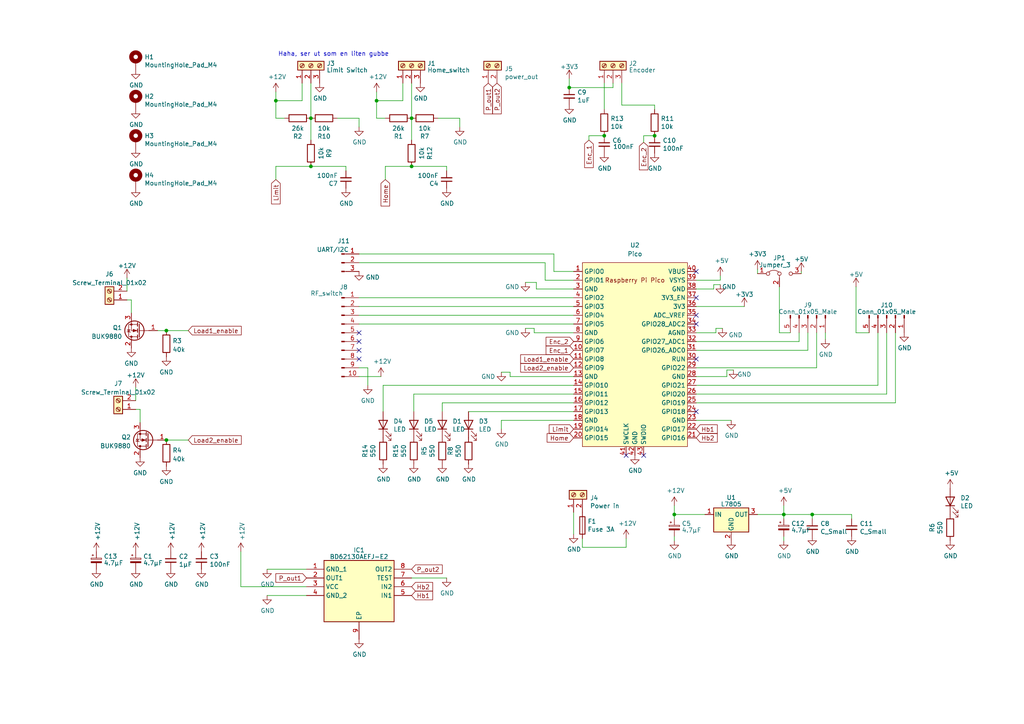
<source format=kicad_sch>
(kicad_sch (version 20230121) (generator eeschema)
  (paper "A4")
  (lib_symbols
    (symbol "BD62130AEFJ-E2:BD62130AEFJ-E2"
      (property "Reference" "IC" (at 26.67 7.62 0))
      (property "Value" "BD62130AEFJ-E2" (at 26.67 5.08 0))
      (symbol "BD62130AEFJ-E2_1_1"
        (pin passive line (at 0 0 0) (length 5.08) (name "GND_1") (number "1"))
        (pin passive line (at 0 -2.54 0) (length 5.08) (name "OUT1") (number "2"))
        (pin passive line (at 0 -5.08 0) (length 5.08) (name "VCC") (number "3"))
        (pin passive line (at 0 -7.62 0) (length 5.08) (name "GND_2") (number "4"))
        (pin passive line (at 30.48 -7.62 180) (length 5.08) (name "IN1") (number "5"))
        (pin passive line (at 30.48 -5.08 180) (length 5.08) (name "IN2") (number "6"))
        (pin passive line (at 30.48 -2.54 180) (length 5.08) (name "TEST") (number "7"))
        (pin passive line (at 30.48 0 180) (length 5.08) (name "OUT2") (number "8"))
        (pin passive line (at 15.24 -20.32 90) (length 5.08) (name "EP") (number "9"))
      )
    )
    (symbol "Connector:Conn_01x03_Male" (pin_names (offset 1.016) hide)
      (property "Reference" "J" (at 0 5.08 0))
      (property "Value" "Conn_01x03_Male" (at 0 -5.08 0))
      (symbol "Conn_01x03_Male_1_1"
        (pin passive line (at 5.08 2.54 180) (length 3.81) (name "Pin_1") (number "1"))
        (pin passive line (at 5.08 0 180) (length 3.81) (name "Pin_2") (number "2"))
        (pin passive line (at 5.08 -2.54 180) (length 3.81) (name "Pin_3") (number "3"))
      )
    )
    (symbol "Connector:Conn_01x05_Male" (pin_names (offset 1.016) hide)
      (property "Reference" "J" (at 0 7.62 0))
      (property "Value" "Conn_01x05_Male" (at 0 -7.62 0))
      (symbol "Conn_01x05_Male_1_1"
        (pin passive line (at 5.08 5.08 180) (length 3.81) (name "Pin_1") (number "1"))
        (pin passive line (at 5.08 2.54 180) (length 3.81) (name "Pin_2") (number "2"))
        (pin passive line (at 5.08 0 180) (length 3.81) (name "Pin_3") (number "3"))
        (pin passive line (at 5.08 -2.54 180) (length 3.81) (name "Pin_4") (number "4"))
        (pin passive line (at 5.08 -5.08 180) (length 3.81) (name "Pin_5") (number "5"))
      )
    )
    (symbol "Connector:Conn_01x10_Male" (pin_names (offset 1.016) hide)
      (property "Reference" "J" (at 0 12.7 0))
      (property "Value" "Conn_01x10_Male" (at 0 -15.24 0))
      (symbol "Conn_01x10_Male_1_1"
        (pin passive line (at 5.08 10.16 180) (length 3.81) (name "Pin_1") (number "1"))
        (pin passive line (at 5.08 -12.7 180) (length 3.81) (name "Pin_10") (number "10"))
        (pin passive line (at 5.08 7.62 180) (length 3.81) (name "Pin_2") (number "2"))
        (pin passive line (at 5.08 5.08 180) (length 3.81) (name "Pin_3") (number "3"))
        (pin passive line (at 5.08 2.54 180) (length 3.81) (name "Pin_4") (number "4"))
        (pin passive line (at 5.08 0 180) (length 3.81) (name "Pin_5") (number "5"))
        (pin passive line (at 5.08 -2.54 180) (length 3.81) (name "Pin_6") (number "6"))
        (pin passive line (at 5.08 -5.08 180) (length 3.81) (name "Pin_7") (number "7"))
        (pin passive line (at 5.08 -7.62 180) (length 3.81) (name "Pin_8") (number "8"))
        (pin passive line (at 5.08 -10.16 180) (length 3.81) (name "Pin_9") (number "9"))
      )
    )
    (symbol "Connector:Screw_Terminal_01x02" (pin_names (offset 1.016) hide)
      (property "Reference" "J" (at 0 2.54 0))
      (property "Value" "Screw_Terminal_01x02" (at 0 -5.08 0))
      (symbol "Screw_Terminal_01x02_1_1"
        (pin passive line (at -5.08 0 0) (length 3.81) (name "Pin_1") (number "1"))
        (pin passive line (at -5.08 -2.54 0) (length 3.81) (name "Pin_2") (number "2"))
      )
    )
    (symbol "Connector:Screw_Terminal_01x03" (pin_names (offset 1.016) hide)
      (property "Reference" "J" (at 0 5.08 0))
      (property "Value" "Screw_Terminal_01x03" (at 0 -5.08 0))
      (symbol "Screw_Terminal_01x03_1_1"
        (pin passive line (at -5.08 2.54 0) (length 3.81) (name "Pin_1") (number "1"))
        (pin passive line (at -5.08 0 0) (length 3.81) (name "Pin_2") (number "2"))
        (pin passive line (at -5.08 -2.54 0) (length 3.81) (name "Pin_3") (number "3"))
      )
    )
    (symbol "Device:C_Polarized_Small" (pin_numbers hide) (pin_names (offset 0.254) hide)
      (property "Reference" "C" (at 0.254 1.778 0))
      (property "Value" "C_Polarized_Small" (at 0.254 -2.032 0))
      (symbol "C_Polarized_Small_1_1"
        (pin passive line (at 0 2.54 270) (length 1.8542) (name "~") (number "1"))
        (pin passive line (at 0 -2.54 90) (length 1.8542) (name "~") (number "2"))
      )
    )
    (symbol "Device:C_Small" (pin_numbers hide) (pin_names (offset 0.254) hide)
      (property "Reference" "C" (at 0.254 1.778 0))
      (property "Value" "C_Small" (at 0.254 -2.032 0))
      (symbol "C_Small_1_1"
        (pin passive line (at 0 2.54 270) (length 2.032) (name "~") (number "1"))
        (pin passive line (at 0 -2.54 90) (length 2.032) (name "~") (number "2"))
      )
    )
    (symbol "Device:Fuse" (pin_numbers hide) (pin_names (offset 0))
      (property "Reference" "F" (at 2.032 0 90))
      (property "Value" "Fuse" (at -1.905 0 90))
      (symbol "Fuse_1_1"
        (pin passive line (at 0 3.81 270) (length 1.27) (name "~") (number "1"))
        (pin passive line (at 0 -3.81 90) (length 1.27) (name "~") (number "2"))
      )
    )
    (symbol "Device:LED" (pin_numbers hide) (pin_names (offset 1.016) hide)
      (property "Reference" "D" (at 0 2.54 0))
      (property "Value" "LED" (at 0 -2.54 0))
      (symbol "LED_1_1"
        (pin passive line (at -3.81 0 0) (length 2.54) (name "K") (number "1"))
        (pin passive line (at 3.81 0 180) (length 2.54) (name "A") (number "2"))
      )
    )
    (symbol "Device:Q_NMOS_GDS" (pin_names (offset 0) hide)
      (property "Reference" "Q" (at 5.08 1.27 0))
      (property "Value" "Q_NMOS_GDS" (at 5.08 -1.27 0))
      (symbol "Q_NMOS_GDS_1_1"
        (pin input line (at -5.08 0 0) (length 2.54) (name "G") (number "1"))
        (pin passive line (at 2.54 5.08 270) (length 2.54) (name "D") (number "2"))
        (pin passive line (at 2.54 -5.08 90) (length 2.54) (name "S") (number "3"))
      )
    )
    (symbol "Device:R" (pin_numbers hide) (pin_names (offset 0))
      (property "Reference" "R" (at 2.032 0 90))
      (property "Value" "R" (at 0 0 90))
      (symbol "R_1_1"
        (pin passive line (at 0 3.81 270) (length 1.27) (name "~") (number "1"))
        (pin passive line (at 0 -3.81 90) (length 1.27) (name "~") (number "2"))
      )
    )
    (symbol "Jumper:Jumper_3_Bridged12" (pin_names (offset 0) hide)
      (property "Reference" "JP" (at -2.54 -2.54 0))
      (property "Value" "Jumper_3_Bridged12" (at 0 2.794 0))
      (symbol "Jumper_3_Bridged12_1_1"
        (pin passive line (at -6.35 0 0) (length 2.54) (name "A") (number "1"))
        (pin passive line (at 0 -3.81 90) (length 2.54) (name "C") (number "2"))
        (pin passive line (at 6.35 0 180) (length 2.54) (name "B") (number "3"))
      )
    )
    (symbol "MCU_RaspberryPi_and_Boards:Pico"
      (property "Reference" "U" (at -13.97 27.94 0))
      (property "Value" "Pico" (at 0 19.05 0))
      (symbol "Pico_0_0"
        (text "Raspberry Pi Pico" (at 0 21.59 0) (effects (font (size 1.27 1.27))))
      )
      (symbol "Pico_1_1"
        (pin bidirectional line (at -17.78 24.13 0) (length 2.54) (name "GPIO0") (number "1"))
        (pin bidirectional line (at -17.78 1.27 0) (length 2.54) (name "GPIO7") (number "10"))
        (pin bidirectional line (at -17.78 -1.27 0) (length 2.54) (name "GPIO8") (number "11"))
        (pin bidirectional line (at -17.78 -3.81 0) (length 2.54) (name "GPIO9") (number "12"))
        (pin power_in line (at -17.78 -6.35 0) (length 2.54) (name "GND") (number "13"))
        (pin bidirectional line (at -17.78 -8.89 0) (length 2.54) (name "GPIO10") (number "14"))
        (pin bidirectional line (at -17.78 -11.43 0) (length 2.54) (name "GPIO11") (number "15"))
        (pin bidirectional line (at -17.78 -13.97 0) (length 2.54) (name "GPIO12") (number "16"))
        (pin bidirectional line (at -17.78 -16.51 0) (length 2.54) (name "GPIO13") (number "17"))
        (pin power_in line (at -17.78 -19.05 0) (length 2.54) (name "GND") (number "18"))
        (pin bidirectional line (at -17.78 -21.59 0) (length 2.54) (name "GPIO14") (number "19"))
        (pin bidirectional line (at -17.78 21.59 0) (length 2.54) (name "GPIO1") (number "2"))
        (pin bidirectional line (at -17.78 -24.13 0) (length 2.54) (name "GPIO15") (number "20"))
        (pin bidirectional line (at 17.78 -24.13 180) (length 2.54) (name "GPIO16") (number "21"))
        (pin bidirectional line (at 17.78 -21.59 180) (length 2.54) (name "GPIO17") (number "22"))
        (pin power_in line (at 17.78 -19.05 180) (length 2.54) (name "GND") (number "23"))
        (pin bidirectional line (at 17.78 -16.51 180) (length 2.54) (name "GPIO18") (number "24"))
        (pin bidirectional line (at 17.78 -13.97 180) (length 2.54) (name "GPIO19") (number "25"))
        (pin bidirectional line (at 17.78 -11.43 180) (length 2.54) (name "GPIO20") (number "26"))
        (pin bidirectional line (at 17.78 -8.89 180) (length 2.54) (name "GPIO21") (number "27"))
        (pin power_in line (at 17.78 -6.35 180) (length 2.54) (name "GND") (number "28"))
        (pin bidirectional line (at 17.78 -3.81 180) (length 2.54) (name "GPIO22") (number "29"))
        (pin power_in line (at -17.78 19.05 0) (length 2.54) (name "GND") (number "3"))
        (pin input line (at 17.78 -1.27 180) (length 2.54) (name "RUN") (number "30"))
        (pin bidirectional line (at 17.78 1.27 180) (length 2.54) (name "GPIO26_ADC0") (number "31"))
        (pin bidirectional line (at 17.78 3.81 180) (length 2.54) (name "GPIO27_ADC1") (number "32"))
        (pin power_in line (at 17.78 6.35 180) (length 2.54) (name "AGND") (number "33"))
        (pin bidirectional line (at 17.78 8.89 180) (length 2.54) (name "GPIO28_ADC2") (number "34"))
        (pin power_in line (at 17.78 11.43 180) (length 2.54) (name "ADC_VREF") (number "35"))
        (pin power_in line (at 17.78 13.97 180) (length 2.54) (name "3V3") (number "36"))
        (pin input line (at 17.78 16.51 180) (length 2.54) (name "3V3_EN") (number "37"))
        (pin bidirectional line (at 17.78 19.05 180) (length 2.54) (name "GND") (number "38"))
        (pin power_in line (at 17.78 21.59 180) (length 2.54) (name "VSYS") (number "39"))
        (pin bidirectional line (at -17.78 16.51 0) (length 2.54) (name "GPIO2") (number "4"))
        (pin power_in line (at 17.78 24.13 180) (length 2.54) (name "VBUS") (number "40"))
        (pin input line (at -2.54 -29.21 90) (length 2.54) (name "SWCLK") (number "41"))
        (pin power_in line (at 0 -29.21 90) (length 2.54) (name "GND") (number "42"))
        (pin bidirectional line (at 2.54 -29.21 90) (length 2.54) (name "SWDIO") (number "43"))
        (pin bidirectional line (at -17.78 13.97 0) (length 2.54) (name "GPIO3") (number "5"))
        (pin bidirectional line (at -17.78 11.43 0) (length 2.54) (name "GPIO4") (number "6"))
        (pin bidirectional line (at -17.78 8.89 0) (length 2.54) (name "GPIO5") (number "7"))
        (pin power_in line (at -17.78 6.35 0) (length 2.54) (name "GND") (number "8"))
        (pin bidirectional line (at -17.78 3.81 0) (length 2.54) (name "GPIO6") (number "9"))
      )
    )
    (symbol "Mechanical:MountingHole_Pad" (pin_numbers hide) (pin_names (offset 1.016) hide)
      (property "Reference" "H" (at 0 6.35 0))
      (property "Value" "MountingHole_Pad" (at 0 4.445 0))
      (symbol "MountingHole_Pad_1_1"
        (pin input line (at 0 -2.54 90) (length 2.54) (name "1") (number "1"))
      )
    )
    (symbol "Regulator_Linear:L7805" (pin_names (offset 0.254))
      (property "Reference" "U" (at -3.81 3.175 0))
      (property "Value" "L7805" (at 0 3.175 0))
      (symbol "L7805_1_1"
        (pin power_in line (at -7.62 0 0) (length 2.54) (name "IN") (number "1"))
        (pin power_in line (at 0 -7.62 90) (length 2.54) (name "GND") (number "2"))
        (pin power_out line (at 7.62 0 180) (length 2.54) (name "OUT") (number "3"))
      )
    )
    (symbol "power:+12V" (power) (pin_names (offset 0))
      (property "Value" "+12V" (at 0 3.556 0))
      (symbol "+12V_1_1"
        (pin power_in line (at 0 0 90) (length 0) hide (name "+12V") (number "1"))
      )
    )
    (symbol "power:+3V3" (power) (pin_names (offset 0))
      (property "Value" "+3V3" (at 0 3.556 0))
      (symbol "+3V3_1_1"
        (pin power_in line (at 0 0 90) (length 0) hide (name "+3V3") (number "1"))
      )
    )
    (symbol "power:+5V" (power) (pin_names (offset 0))
      (property "Value" "+5V" (at 0 3.556 0))
      (symbol "+5V_1_1"
        (pin power_in line (at 0 0 90) (length 0) hide (name "+5V") (number "1"))
      )
    )
    (symbol "power:GND" (power) (pin_names (offset 0))
      (property "Value" "GND" (at 0 -3.81 0))
      (symbol "GND_1_1"
        (pin power_in line (at 0 0 270) (length 0) hide (name "GND") (number "1"))
      )
    )
  )
  (junction (at 109.22 29.21))
  (junction (at 90.17 48.26))
  (junction (at 195.58 149.225))
  (junction (at 227.33 149.225))
  (junction (at 119.38 48.26))
  (junction (at 175.26 39.37))
  (junction (at 235.585 149.225))
  (junction (at 189.865 39.37))
  (junction (at 119.38 34.29))
  (junction (at 48.26 95.885))
  (junction (at 48.26 127.635))
  (junction (at 90.17 34.29))
  (junction (at 80.01 29.21))
  (junction (at 165.1 25.4))
  (no_connect (at 201.93 91.44))
  (no_connect (at 181.61 132.08))
  (no_connect (at 201.93 93.98))
  (no_connect (at 104.14 99.06))
  (no_connect (at 104.14 104.14))
  (no_connect (at 201.93 86.36))
  (no_connect (at 104.14 96.52))
  (no_connect (at 201.93 78.74))
  (no_connect (at 186.69 132.08))
  (no_connect (at 201.93 104.14))
  (no_connect (at 104.14 101.6))
  (no_connect (at 201.93 119.38))
  (wire (pts (xy 145.415 121.92) (xy 166.37 121.92)))
  (wire (pts (xy 147.955 109.22) (xy 147.955 107.95)))
  (wire (pts (xy 39.37 112.395) (xy 39.37 116.205)))
  (wire (pts (xy 36.83 86.995) (xy 38.1 86.995)))
  (wire (pts (xy 104.14 73.66) (xy 160.655 73.66)))
  (wire (pts (xy 219.71 149.225) (xy 227.33 149.225)))
  (wire (pts (xy 227.33 156.845) (xy 227.33 155.575)))
  (wire (pts (xy 104.14 86.36) (xy 166.37 86.36)))
  (wire (pts (xy 88.9 170.18) (xy 69.85 170.18)))
  (wire (pts (xy 152.4 81.915) (xy 155.575 81.915)))
  (wire (pts (xy 232.41 78.74) (xy 232.41 79.375)))
  (wire (pts (xy 201.93 99.06) (xy 231.775 99.06)))
  (wire (pts (xy 109.22 29.21) (xy 116.84 29.21)))
  (wire (pts (xy 80.01 48.26) (xy 90.17 48.26)))
  (wire (pts (xy 175.26 24.13) (xy 175.26 31.75)))
  (wire (pts (xy 186.69 39.37) (xy 189.865 39.37)))
  (wire (pts (xy 145.415 124.46) (xy 145.415 121.92)))
  (wire (pts (xy 104.14 34.29) (xy 97.79 34.29)))
  (wire (pts (xy 111.125 119.38) (xy 111.125 111.76)))
  (wire (pts (xy 236.855 106.68) (xy 236.855 96.52)))
  (wire (pts (xy 234.315 101.6) (xy 201.93 101.6)))
  (wire (pts (xy 39.37 118.745) (xy 40.64 118.745)))
  (wire (pts (xy 111.76 48.26) (xy 111.76 52.07)))
  (wire (pts (xy 106.68 106.68) (xy 104.14 106.68)))
  (wire (pts (xy 210.82 107.315) (xy 212.725 107.315)))
  (wire (pts (xy 201.93 111.76) (xy 254.635 111.76)))
  (wire (pts (xy 226.06 96.52) (xy 226.06 83.185)))
  (wire (pts (xy 104.14 88.9) (xy 166.37 88.9)))
  (wire (pts (xy 116.84 24.13) (xy 116.84 29.21)))
  (wire (pts (xy 87.63 24.13) (xy 87.63 29.21)))
  (wire (pts (xy 252.095 96.52) (xy 248.285 96.52)))
  (wire (pts (xy 147.955 109.22) (xy 166.37 109.22)))
  (wire (pts (xy 195.58 156.845) (xy 195.58 155.575)))
  (wire (pts (xy 165.1 22.86) (xy 165.1 25.4)))
  (wire (pts (xy 201.93 114.3) (xy 257.175 114.3)))
  (wire (pts (xy 129.54 48.26) (xy 129.54 49.53)))
  (wire (pts (xy 133.35 34.29) (xy 127 34.29)))
  (wire (pts (xy 175.26 39.37) (xy 170.815 39.37)))
  (wire (pts (xy 201.93 81.28) (xy 208.915 81.28)))
  (wire (pts (xy 247.015 149.225) (xy 247.015 150.495)))
  (wire (pts (xy 80.01 34.29) (xy 80.01 29.21)))
  (wire (pts (xy 168.91 158.75) (xy 181.61 158.75)))
  (wire (pts (xy 166.37 154.94) (xy 166.37 148.59)))
  (wire (pts (xy 111.76 48.26) (xy 119.38 48.26)))
  (wire (pts (xy 229.235 96.52) (xy 226.06 96.52)))
  (wire (pts (xy 207.01 82.55) (xy 207.01 83.82)))
  (wire (pts (xy 147.955 107.95) (xy 145.415 107.95)))
  (wire (pts (xy 235.585 149.225) (xy 247.015 149.225)))
  (wire (pts (xy 119.38 24.13) (xy 119.38 34.29)))
  (wire (pts (xy 259.715 116.84) (xy 259.715 96.52)))
  (wire (pts (xy 119.38 48.26) (xy 129.54 48.26)))
  (wire (pts (xy 100.33 48.26) (xy 100.33 49.53)))
  (wire (pts (xy 128.27 119.38) (xy 128.27 116.84)))
  (wire (pts (xy 168.91 156.21) (xy 168.91 158.75)))
  (wire (pts (xy 201.93 106.68) (xy 236.855 106.68)))
  (wire (pts (xy 160.655 78.74) (xy 166.37 78.74)))
  (wire (pts (xy 104.14 91.44) (xy 166.37 91.44)))
  (wire (pts (xy 181.61 156.21) (xy 181.61 158.75)))
  (wire (pts (xy 154.94 96.52) (xy 166.37 96.52)))
  (wire (pts (xy 80.01 29.21) (xy 80.01 26.67)))
  (wire (pts (xy 219.71 78.105) (xy 219.71 79.375)))
  (wire (pts (xy 40.64 118.745) (xy 40.64 122.555)))
  (wire (pts (xy 248.285 96.52) (xy 248.285 83.185)))
  (wire (pts (xy 80.01 34.29) (xy 82.55 34.29)))
  (wire (pts (xy 227.33 149.225) (xy 235.585 149.225)))
  (wire (pts (xy 109.22 29.21) (xy 109.22 26.67)))
  (wire (pts (xy 201.93 121.92) (xy 212.09 121.92)))
  (wire (pts (xy 111.125 111.76) (xy 166.37 111.76)))
  (wire (pts (xy 234.315 96.52) (xy 234.315 101.6)))
  (wire (pts (xy 177.8 24.13) (xy 177.8 25.4)))
  (wire (pts (xy 48.26 95.885) (xy 45.72 95.885)))
  (wire (pts (xy 207.645 96.52) (xy 201.93 96.52)))
  (wire (pts (xy 207.01 82.55) (xy 208.915 82.55)))
  (wire (pts (xy 54.61 127.635) (xy 48.26 127.635)))
  (wire (pts (xy 186.69 41.275) (xy 186.69 39.37)))
  (wire (pts (xy 36.83 80.645) (xy 36.83 84.455)))
  (wire (pts (xy 80.01 29.21) (xy 87.63 29.21)))
  (wire (pts (xy 195.58 149.225) (xy 204.47 149.225)))
  (wire (pts (xy 170.815 39.37) (xy 170.815 40.64)))
  (wire (pts (xy 90.17 34.29) (xy 90.17 40.64)))
  (wire (pts (xy 154.94 95.25) (xy 152.4 95.25)))
  (wire (pts (xy 155.575 83.82) (xy 155.575 81.915)))
  (wire (pts (xy 104.14 93.98) (xy 166.37 93.98)))
  (wire (pts (xy 90.17 24.13) (xy 90.17 34.29)))
  (wire (pts (xy 77.47 165.1) (xy 88.9 165.1)))
  (wire (pts (xy 195.58 146.685) (xy 195.58 149.225)))
  (wire (pts (xy 109.22 34.29) (xy 111.76 34.29)))
  (wire (pts (xy 119.38 167.64) (xy 129.54 167.64)))
  (wire (pts (xy 208.915 81.28) (xy 208.915 80.01)))
  (wire (pts (xy 207.645 95.25) (xy 209.55 95.25)))
  (wire (pts (xy 189.865 30.48) (xy 189.865 31.75)))
  (wire (pts (xy 128.27 116.84) (xy 166.37 116.84)))
  (wire (pts (xy 201.93 116.84) (xy 259.715 116.84)))
  (wire (pts (xy 158.115 76.2) (xy 158.115 81.28)))
  (wire (pts (xy 257.175 114.3) (xy 257.175 96.52)))
  (wire (pts (xy 104.14 109.22) (xy 110.49 109.22)))
  (wire (pts (xy 109.22 34.29) (xy 109.22 29.21)))
  (wire (pts (xy 80.01 48.26) (xy 80.01 52.07)))
  (wire (pts (xy 210.82 109.22) (xy 201.93 109.22)))
  (wire (pts (xy 104.14 36.83) (xy 104.14 34.29)))
  (wire (pts (xy 155.575 83.82) (xy 166.37 83.82)))
  (wire (pts (xy 135.89 119.38) (xy 166.37 119.38)))
  (wire (pts (xy 231.775 96.52) (xy 231.775 99.06)))
  (wire (pts (xy 180.34 30.48) (xy 189.865 30.48)))
  (wire (pts (xy 239.395 98.425) (xy 239.395 96.52)))
  (wire (pts (xy 227.33 149.225) (xy 227.33 150.495)))
  (wire (pts (xy 235.585 149.225) (xy 235.585 150.495)))
  (wire (pts (xy 154.94 96.52) (xy 154.94 95.25)))
  (wire (pts (xy 177.8 25.4) (xy 165.1 25.4)))
  (wire (pts (xy 77.47 172.72) (xy 88.9 172.72)))
  (wire (pts (xy 106.68 111.76) (xy 106.68 106.68)))
  (wire (pts (xy 54.61 95.885) (xy 48.26 95.885)))
  (wire (pts (xy 254.635 111.76) (xy 254.635 96.52)))
  (wire (pts (xy 119.38 34.29) (xy 119.38 40.64)))
  (wire (pts (xy 120.015 114.3) (xy 166.37 114.3)))
  (wire (pts (xy 210.82 107.315) (xy 210.82 109.22)))
  (wire (pts (xy 90.17 48.26) (xy 100.33 48.26)))
  (wire (pts (xy 180.34 30.48) (xy 180.34 24.13)))
  (wire (pts (xy 195.58 149.225) (xy 195.58 150.495)))
  (wire (pts (xy 133.35 36.83) (xy 133.35 34.29)))
  (wire (pts (xy 104.14 76.2) (xy 158.115 76.2)))
  (wire (pts (xy 207.01 83.82) (xy 201.93 83.82)))
  (wire (pts (xy 158.115 81.28) (xy 166.37 81.28)))
  (wire (pts (xy 120.015 114.3) (xy 120.015 119.38)))
  (wire (pts (xy 201.93 88.9) (xy 215.9 88.9)))
  (wire (pts (xy 207.645 95.25) (xy 207.645 96.52)))
  (wire (pts (xy 38.1 86.995) (xy 38.1 90.805)))
  (wire (pts (xy 69.85 170.18) (xy 69.85 160.02)))
  (wire (pts (xy 227.33 146.685) (xy 227.33 149.225)))
  (wire (pts (xy 160.655 73.66) (xy 160.655 78.74)))
  (text "Haha, ser ut som en liten gubbe" (at 80.645 16.51 0) (effects (font (size 1.27 1.27)) (justify left bottom)))
  (global_label "Enc_2" (shape input) (at 166.37 99.06 180) (property "Intersheetrefs" "${INTERSHEET_REFS}" (effects hide)))
  (global_label "Limit" (shape input) (at 80.01 52.07 270) (property "Intersheetrefs" "${INTERSHEET_REFS}" (effects hide)))
  (global_label "P_out1" (shape input) (at 141.605 24.13 270) (property "Intersheetrefs" "${INTERSHEET_REFS}" (effects hide)))
  (global_label "Hb1" (shape input) (at 201.93 124.46 0) (property "Intersheetrefs" "${INTERSHEET_REFS}" (effects hide)))
  (global_label "Hb2" (shape input) (at 201.93 127 0) (property "Intersheetrefs" "${INTERSHEET_REFS}" (effects hide)))
  (global_label "Limit" (shape input) (at 166.37 124.46 180) (property "Intersheetrefs" "${INTERSHEET_REFS}" (effects hide)))
  (global_label "Load1_enable" (shape input) (at 166.37 104.14 180) (property "Intersheetrefs" "${INTERSHEET_REFS}" (effects hide)))
  (global_label "P_out2" (shape input) (at 119.38 165.1 0) (property "Intersheetrefs" "${INTERSHEET_REFS}" (effects hide)))
  (global_label "Load1_enable" (shape input) (at 54.61 95.885 0) (property "Intersheetrefs" "${INTERSHEET_REFS}" (effects hide)))
  (global_label "Enc_1" (shape input) (at 170.815 40.64 270) (property "Intersheetrefs" "${INTERSHEET_REFS}" (effects hide)))
  (global_label "Enc_1" (shape input) (at 166.37 101.6 180) (property "Intersheetrefs" "${INTERSHEET_REFS}" (effects hide)))
  (global_label "P_out1" (shape input) (at 88.9 167.64 180) (property "Intersheetrefs" "${INTERSHEET_REFS}" (effects hide)))
  (global_label "Load2_enable" (shape input) (at 166.37 106.68 180) (property "Intersheetrefs" "${INTERSHEET_REFS}" (effects hide)))
  (global_label "Hb1" (shape input) (at 119.38 172.72 0) (property "Intersheetrefs" "${INTERSHEET_REFS}" (effects hide)))
  (global_label "P_out2" (shape input) (at 144.145 24.13 270) (property "Intersheetrefs" "${INTERSHEET_REFS}" (effects hide)))
  (global_label "Enc_2" (shape input) (at 186.69 41.275 270) (property "Intersheetrefs" "${INTERSHEET_REFS}" (effects hide)))
  (global_label "Hb2" (shape input) (at 119.38 170.18 0) (property "Intersheetrefs" "${INTERSHEET_REFS}" (effects hide)))
  (global_label "Home" (shape input) (at 111.76 52.07 270) (property "Intersheetrefs" "${INTERSHEET_REFS}" (effects hide)))
  (global_label "Home" (shape input) (at 166.37 127 180) (property "Intersheetrefs" "${INTERSHEET_REFS}" (effects hide)))
  (global_label "Load2_enable" (shape input) (at 54.61 127.635 0) (property "Intersheetrefs" "${INTERSHEET_REFS}" (effects hide)))
  (symbol (lib_id "Connector:Screw_Terminal_01x02") (at 166.37 143.51 90) (unit 1)
    (property "Reference" "J4" (at 171.1452 144.4244 90) (effects (justify right)))
    (property "Value" "Power in" (at 171.1452 146.7358 90) (effects (justify right)))
    (property "Footprint" "TerminalBlock:TerminalBlock_bornier-2_P5.08mm" (effects hide))
  )
  (symbol (lib_id "power:GND") (at 166.37 154.94 0) (unit 1)
    (property "Reference" "#PWR0113" (effects hide))
    (property "Value" "GND" (at 166.497 159.3342 0))
  )
  (symbol (lib_id "power:+12V") (at 181.61 156.21 0) (unit 1)
    (property "Reference" "#PWR0116" (effects hide))
    (property "Value" "+12V" (at 181.991 151.8158 0))
  )
  (symbol (lib_id "Connector:Screw_Terminal_01x02") (at 141.605 19.05 90) (unit 1)
    (property "Reference" "J5" (at 146.3802 19.9644 90) (effects (justify right)))
    (property "Value" "power_out" (at 146.3802 22.2758 90) (effects (justify right)))
    (property "Footprint" "TerminalBlock:TerminalBlock_bornier-2_P5.08mm" (effects hide))
  )
  (symbol (lib_id "power:GND") (at 195.58 156.845 0) (unit 1)
    (property "Reference" "#PWR0117" (effects hide))
    (property "Value" "GND" (at 195.707 161.2392 0))
  )
  (symbol (lib_id "power:+12V") (at 195.58 146.685 0) (unit 1)
    (property "Reference" "#PWR0118" (effects hide))
    (property "Value" "+12V" (at 195.961 142.2908 0))
  )
  (symbol (lib_id "power:GND") (at 212.09 156.845 0) (unit 1)
    (property "Reference" "#PWR0119" (effects hide))
    (property "Value" "GND" (at 212.217 161.2392 0))
  )
  (symbol (lib_id "power:GND") (at 227.33 156.845 0) (unit 1)
    (property "Reference" "#PWR0120" (effects hide))
    (property "Value" "GND" (at 227.457 161.2392 0))
  )
  (symbol (lib_id "power:+5V") (at 227.33 146.685 0) (unit 1)
    (property "Reference" "#PWR0121" (effects hide))
    (property "Value" "+5V" (at 227.711 142.2908 0))
  )
  (symbol (lib_id "power:+5V") (at 275.59 141.605 0) (unit 1)
    (property "Reference" "#PWR0128" (effects hide))
    (property "Value" "+5V" (at 275.971 137.2108 0))
  )
  (symbol (lib_id "Device:R") (at 275.59 153.035 0) (unit 1)
    (property "Reference" "R6" (at 270.3322 153.035 90))
    (property "Value" "550" (at 272.6436 153.035 90))
    (property "Footprint" "Resistor_SMD:R_0603_1608Metric_Pad0.98x0.95mm_HandSolder" (effects hide))
  )
  (symbol (lib_id "power:GND") (at 275.59 156.845 0) (unit 1)
    (property "Reference" "#PWR0129" (effects hide))
    (property "Value" "GND" (at 275.717 161.2392 0))
  )
  (symbol (lib_id "Device:LED") (at 275.59 145.415 90) (unit 1)
    (property "Reference" "D2" (at 278.5618 144.4244 90) (effects (justify right)))
    (property "Value" "LED" (at 278.5618 146.7358 90) (effects (justify right)))
    (property "Footprint" "LED_SMD:LED_0603_1608Metric" (effects hide))
  )
  (symbol (lib_id "Device:R") (at 128.27 130.81 0) (unit 1)
    (property "Reference" "R5" (at 123.0122 130.81 90))
    (property "Value" "550" (at 125.3236 130.81 90))
    (property "Footprint" "Resistor_SMD:R_0603_1608Metric_Pad0.98x0.95mm_HandSolder" (effects hide))
  )
  (symbol (lib_id "power:GND") (at 128.27 134.62 0) (unit 1)
    (property "Reference" "#PWR0130" (effects hide))
    (property "Value" "GND" (at 128.397 139.0142 0))
  )
  (symbol (lib_id "Device:LED") (at 128.27 123.19 90) (unit 1)
    (property "Reference" "D1" (at 131.2418 122.1994 90) (effects (justify right)))
    (property "Value" "LED" (at 131.2418 124.5108 90) (effects (justify right)))
    (property "Footprint" "LED_SMD:LED_0603_1608Metric" (effects hide))
  )
  (symbol (lib_id "Device:Fuse") (at 168.91 152.4 0) (unit 1)
    (property "Reference" "F1" (at 170.434 151.2316 0) (effects (justify left)))
    (property "Value" "Fuse 3A" (at 170.434 153.543 0) (effects (justify left)))
    (property "Footprint" "Fuse:Fuseholder_Cylinder-5x20mm_Wuerth_696103101002-SMD_Horizontal_Open" (effects hide))
  )
  (symbol (lib_id "Device:R") (at 135.89 130.81 0) (unit 1)
    (property "Reference" "R8" (at 130.6322 130.81 90))
    (property "Value" "550" (at 132.9436 130.81 90))
    (property "Footprint" "Resistor_SMD:R_0603_1608Metric_Pad0.98x0.95mm_HandSolder" (effects hide))
  )
  (symbol (lib_id "power:GND") (at 135.89 134.62 0) (unit 1)
    (property "Reference" "#PWR0132" (effects hide))
    (property "Value" "GND" (at 136.017 139.0142 0))
  )
  (symbol (lib_id "Device:LED") (at 135.89 123.19 90) (unit 1)
    (property "Reference" "D3" (at 138.8618 122.1994 90) (effects (justify right)))
    (property "Value" "LED" (at 138.8618 124.5108 90) (effects (justify right)))
    (property "Footprint" "LED_SMD:LED_0603_1608Metric" (effects hide))
  )
  (symbol (lib_id "Device:C_Small") (at 235.585 153.035 0) (unit 1)
    (property "Reference" "C8" (at 237.9218 151.8666 0) (effects (justify left)))
    (property "Value" "C_Small" (at 237.9218 154.178 0) (effects (justify left)))
    (property "Footprint" "Capacitor_SMD:C_0603_1608Metric_Pad1.08x0.95mm_HandSolder" (effects hide))
  )
  (symbol (lib_id "power:GND") (at 235.585 155.575 0) (unit 1)
    (property "Reference" "#PWR0133" (effects hide))
    (property "Value" "GND" (at 235.712 159.9692 0))
  )
  (symbol (lib_id "Mechanical:MountingHole_Pad") (at 39.37 29.21 0) (unit 1)
    (property "Reference" "H2" (at 41.91 27.9654 0) (effects (justify left)))
    (property "Value" "MountingHole_Pad_M4" (at 41.91 30.2768 0) (effects (justify left)))
    (property "Footprint" "MountingHole:MountingHole_4.3mm_M4_Pad" (effects hide))
  )
  (symbol (lib_id "power:GND") (at 39.37 31.75 0) (unit 1)
    (property "Reference" "#PWR0134" (effects hide))
    (property "Value" "GND" (at 39.497 36.1442 0))
  )
  (symbol (lib_id "Mechanical:MountingHole_Pad") (at 39.37 40.64 0) (unit 1)
    (property "Reference" "H3" (at 41.91 39.3954 0) (effects (justify left)))
    (property "Value" "MountingHole_Pad_M4" (at 41.91 41.7068 0) (effects (justify left)))
    (property "Footprint" "MountingHole:MountingHole_4.3mm_M4_Pad" (effects hide))
  )
  (symbol (lib_id "power:GND") (at 39.37 43.18 0) (unit 1)
    (property "Reference" "#PWR0135" (effects hide))
    (property "Value" "GND" (at 39.497 47.5742 0))
  )
  (symbol (lib_id "Mechanical:MountingHole_Pad") (at 39.37 52.07 0) (unit 1)
    (property "Reference" "H4" (at 41.91 50.8254 0) (effects (justify left)))
    (property "Value" "MountingHole_Pad_M4" (at 41.91 53.1368 0) (effects (justify left)))
    (property "Footprint" "MountingHole:MountingHole_4.3mm_M4_Pad" (effects hide))
  )
  (symbol (lib_id "power:GND") (at 39.37 54.61 0) (unit 1)
    (property "Reference" "#PWR0136" (effects hide))
    (property "Value" "GND" (at 39.497 59.0042 0))
  )
  (symbol (lib_id "Mechanical:MountingHole_Pad") (at 39.37 17.78 0) (unit 1)
    (property "Reference" "H1" (at 41.91 16.5354 0) (effects (justify left)))
    (property "Value" "MountingHole_Pad_M4" (at 41.91 18.8468 0) (effects (justify left)))
    (property "Footprint" "MountingHole:MountingHole_4.3mm_M4_Pad" (effects hide))
  )
  (symbol (lib_id "power:GND") (at 39.37 20.32 0) (unit 1)
    (property "Reference" "#PWR0137" (effects hide))
    (property "Value" "GND" (at 39.497 24.7142 0))
  )
  (symbol (lib_id "Device:R") (at 175.26 35.56 0) (unit 1)
    (property "Reference" "R13" (at 177.038 34.3916 0) (effects (justify left)))
    (property "Value" "10k" (at 177.038 36.703 0) (effects (justify left)))
    (property "Footprint" "Resistor_SMD:R_0603_1608Metric_Pad0.98x0.95mm_HandSolder" (effects hide))
  )
  (symbol (lib_id "power:+3V3") (at 219.71 78.105 0) (unit 1)
    (property "Reference" "#PWR035" (effects hide))
    (property "Value" "+3V3" (at 219.71 73.66 0))
  )
  (symbol (lib_id "power:+12V") (at 109.22 26.67 0) (unit 1)
    (property "Reference" "#PWR012" (effects hide))
    (property "Value" "+12V" (at 109.601 22.2758 0))
  )
  (symbol (lib_id "power:GND") (at 212.725 107.315 0) (unit 1)
    (property "Reference" "#PWR0109" (effects hide))
    (property "Value" "GND" (at 215.9 108.585 0))
  )
  (symbol (lib_id "power:GND") (at 208.915 82.55 0) (unit 1)
    (property "Reference" "#PWR0110" (effects hide))
    (property "Value" "GND" (at 211.455 83.185 0))
  )
  (symbol (lib_id "power:GND") (at 129.54 54.61 0) (unit 1)
    (property "Reference" "#PWR018" (effects hide))
    (property "Value" "GND" (at 129.667 59.0042 0))
  )
  (symbol (lib_id "Device:R") (at 86.36 34.29 90) (unit 1)
    (property "Reference" "R2" (at 86.36 39.5478 90))
    (property "Value" "26k" (at 86.36 37.2364 90))
    (property "Footprint" "Resistor_SMD:R_0603_1608Metric_Pad0.98x0.95mm_HandSolder" (effects hide))
  )
  (symbol (lib_id "power:GND") (at 152.4 81.915 0) (unit 1)
    (property "Reference" "#PWR031" (effects hide))
    (property "Value" "GND" (at 148.59 83.185 0))
  )
  (symbol (lib_id "power:GND") (at 184.15 132.08 0) (unit 1)
    (property "Reference" "#PWR0104" (effects hide))
    (property "Value" "GND" (at 184.277 136.4742 0))
  )
  (symbol (lib_id "power:GND") (at 48.26 135.255 0) (unit 1)
    (property "Reference" "#PWR030" (effects hide))
    (property "Value" "GND" (at 48.26 139.6984 0))
  )
  (symbol (lib_id "Device:R") (at 48.26 99.695 0) (unit 1)
    (property "Reference" "R3" (at 50.038 98.8603 0) (effects (justify left)))
    (property "Value" "40k" (at 50.038 101.3972 0) (effects (justify left)))
    (property "Footprint" "Resistor_SMD:R_0603_1608Metric_Pad0.98x0.95mm_HandSolder" (effects hide))
  )
  (symbol (lib_id "power:GND") (at 104.14 36.83 0) (unit 1)
    (property "Reference" "#PWR017" (effects hide))
    (property "Value" "GND" (at 104.267 41.2242 0))
  )
  (symbol (lib_id "Device:C_Small") (at 100.33 52.07 180) (unit 1)
    (property "Reference" "C7" (at 97.9932 53.2384 0) (effects (justify left)))
    (property "Value" "100nF" (at 97.9932 50.927 0) (effects (justify left)))
    (property "Footprint" "Capacitor_SMD:C_0603_1608Metric_Pad1.08x0.95mm_HandSolder" (effects hide))
  )
  (symbol (lib_id "power:GND") (at 48.26 103.505 0) (unit 1)
    (property "Reference" "#PWR029" (effects hide))
    (property "Value" "GND" (at 48.26 107.9484 0))
  )
  (symbol (lib_id "power:GND") (at 92.71 24.13 0) (unit 1)
    (property "Reference" "#PWR014" (effects hide))
    (property "Value" "GND" (at 92.837 28.5242 0))
  )
  (symbol (lib_id "power:GND") (at 39.37 165.1 0) (unit 1)
    (property "Reference" "#PWR06" (effects hide))
    (property "Value" "GND" (at 39.497 169.4942 0))
  )
  (symbol (lib_id "power:+12V") (at 39.37 112.395 0) (unit 1)
    (property "Reference" "#PWR027" (effects hide))
    (property "Value" "+12V" (at 39.37 108.8192 0))
  )
  (symbol (lib_id "power:GND") (at 133.35 36.83 0) (unit 1)
    (property "Reference" "#PWR015" (effects hide))
    (property "Value" "GND" (at 133.477 41.2242 0))
  )
  (symbol (lib_id "power:GND") (at 106.68 111.76 0) (unit 1)
    (property "Reference" "#PWR033" (effects hide))
    (property "Value" "GND" (at 106.68 116.2034 0))
  )
  (symbol (lib_id "Device:LED") (at 120.015 123.19 90) (unit 1)
    (property "Reference" "D5" (at 122.9868 122.1994 90) (effects (justify right)))
    (property "Value" "LED" (at 122.9868 124.5108 90) (effects (justify right)))
    (property "Footprint" "LED_SMD:LED_0603_1608Metric" (effects hide))
  )
  (symbol (lib_id "Connector:Screw_Terminal_01x02") (at 34.29 118.745 180) (unit 1)
    (property "Reference" "J7" (at 34.29 111.2352 0))
    (property "Value" "Screw_Terminal_01x02" (at 34.29 113.7721 0))
    (property "Footprint" "TerminalBlock:TerminalBlock_bornier-2_P5.08mm" (effects hide))
  )
  (symbol (lib_id "Device:C_Small") (at 58.42 162.56 0) (unit 1)
    (property "Reference" "C3" (at 60.7568 161.3916 0) (effects (justify left)))
    (property "Value" "100nF" (at 60.7568 163.703 0) (effects (justify left)))
    (property "Footprint" "Capacitor_SMD:C_0603_1608Metric_Pad1.08x0.95mm_HandSolder" (effects hide))
  )
  (symbol (lib_id "power:GND") (at 77.47 172.72 0) (unit 1)
    (property "Reference" "#PWR02" (effects hide))
    (property "Value" "GND" (at 77.597 177.1142 0))
  )
  (symbol (lib_id "Device:R") (at 120.015 130.81 0) (unit 1)
    (property "Reference" "R15" (at 114.7572 130.81 90))
    (property "Value" "550" (at 117.0686 130.81 90))
    (property "Footprint" "Resistor_SMD:R_0603_1608Metric_Pad0.98x0.95mm_HandSolder" (effects hide))
  )
  (symbol (lib_id "Device:C_Polarized_Small") (at 27.94 162.56 0) (unit 1)
    (property "Reference" "C13" (at 30.099 161.3702 0) (effects (justify left)))
    (property "Value" "4.7µF" (at 30.099 163.2912 0) (effects (justify left)))
    (property "Footprint" "Capacitor_SMD:CP_Elec_10x10" (effects hide))
  )
  (symbol (lib_id "Device:C_Small") (at 189.865 41.91 0) (unit 1)
    (property "Reference" "C10" (at 192.2018 40.7416 0) (effects (justify left)))
    (property "Value" "100nF" (at 192.2018 43.053 0) (effects (justify left)))
    (property "Footprint" "Capacitor_SMD:C_0603_1608Metric_Pad1.08x0.95mm_HandSolder" (effects hide))
  )
  (symbol (lib_id "Device:C_Polarized_Small") (at 39.37 162.56 0) (unit 1)
    (property "Reference" "C1" (at 41.529 161.3702 0) (effects (justify left)))
    (property "Value" "4.7µF" (at 41.529 163.2912 0) (effects (justify left)))
    (property "Footprint" "Capacitor_SMD:CP_Elec_10x10" (effects hide))
  )
  (symbol (lib_id "Device:C_Small") (at 129.54 52.07 180) (unit 1)
    (property "Reference" "C4" (at 127.2032 53.2384 0) (effects (justify left)))
    (property "Value" "100nF" (at 127.2032 50.927 0) (effects (justify left)))
    (property "Footprint" "Capacitor_SMD:C_0603_1608Metric_Pad1.08x0.95mm_HandSolder" (effects hide))
  )
  (symbol (lib_id "Regulator_Linear:L7805") (at 212.09 149.225 0) (unit 1)
    (property "Reference" "U1" (at 212.09 144.3101 0))
    (property "Value" "L7805" (at 212.09 146.2311 0))
    (property "Footprint" "Package_TO_SOT_SMD:SOT-223-3_TabPin2" (effects hide))
    (property "Datasheet" "http://www.st.com/content/ccc/resource/technical/document/datasheet/41/4f/b3/b0/12/d4/47/88/CD00000444.pdf/files/CD00000444.pdf/jcr:content/translations/en.CD00000444.pdf" (effects hide))
  )
  (symbol (lib_id "power:+5V") (at 208.915 80.01 0) (unit 1)
    (property "Reference" "#PWR019" (effects hide))
    (property "Value" "+5V" (at 209.296 75.6158 0))
  )
  (symbol (lib_id "Device:C_Polarized_Small") (at 227.33 153.035 0) (unit 1)
    (property "Reference" "C12" (at 229.489 151.8452 0) (effects (justify left)))
    (property "Value" "4.7µF" (at 229.489 153.7662 0) (effects (justify left)))
    (property "Footprint" "Capacitor_SMD:CP_Elec_10x10" (effects hide))
  )
  (symbol (lib_id "power:+12V") (at 27.94 160.02 0) (unit 1)
    (property "Reference" "#PWR043" (effects hide))
    (property "Value" "+12V" (at 28.321 156.7688 90) (effects (justify left)))
  )
  (symbol (lib_id "MCU_RaspberryPi_and_Boards:Pico") (at 184.15 102.87 0) (unit 1)
    (property "Reference" "U2" (at 184.15 71.12 0))
    (property "Value" "Pico" (at 184.15 73.66 0))
    (property "Footprint" "MCU_RaspberryPi_and_Boards:RPi_Pico_SMD_TH" (effects hide))
  )
  (symbol (lib_id "power:+5V") (at 248.285 83.185 0) (unit 1)
    (property "Reference" "#PWR038" (effects hide))
    (property "Value" "+5V" (at 248.285 79.6092 0))
  )
  (symbol (lib_id "Device:R") (at 93.98 34.29 90) (unit 1)
    (property "Reference" "R10" (at 93.98 39.5478 90))
    (property "Value" "10k" (at 93.98 37.2364 90))
    (property "Footprint" "Resistor_SMD:R_0603_1608Metric_Pad0.98x0.95mm_HandSolder" (effects hide))
  )
  (symbol (lib_id "power:GND") (at 58.42 165.1 0) (unit 1)
    (property "Reference" "#PWR010" (effects hide))
    (property "Value" "GND" (at 58.547 169.4942 0))
  )
  (symbol (lib_id "power:GND") (at 77.47 165.1 0) (unit 1)
    (property "Reference" "#PWR01" (effects hide))
    (property "Value" "GND" (at 77.597 169.4942 0))
  )
  (symbol (lib_id "power:GND") (at 152.4 95.25 0) (unit 1)
    (property "Reference" "#PWR032" (effects hide))
    (property "Value" "GND" (at 148.59 96.52 0))
  )
  (symbol (lib_id "power:GND") (at 129.54 167.64 0) (unit 1)
    (property "Reference" "#PWR03" (effects hide))
    (property "Value" "GND" (at 129.667 172.0342 0))
  )
  (symbol (lib_id "power:GND") (at 247.015 155.575 0) (unit 1)
    (property "Reference" "#PWR042" (effects hide))
    (property "Value" "GND" (at 247.142 159.9692 0))
  )
  (symbol (lib_id "power:GND") (at 145.415 124.46 0) (unit 1)
    (property "Reference" "#PWR0106" (effects hide))
    (property "Value" "GND" (at 145.542 128.8542 0))
  )
  (symbol (lib_id "power:+12V") (at 110.49 109.22 0) (unit 1)
    (property "Reference" "#PWR034" (effects hide))
    (property "Value" "+12V" (at 110.871 104.8258 0))
  )
  (symbol (lib_id "power:+5V") (at 232.41 78.74 0) (unit 1)
    (property "Reference" "#PWR036" (effects hide))
    (property "Value" "+5V" (at 232.41 75.1642 0))
  )
  (symbol (lib_id "power:GND") (at 175.26 44.45 0) (unit 1)
    (property "Reference" "#PWR022" (effects hide))
    (property "Value" "GND" (at 175.387 48.8442 0))
  )
  (symbol (lib_id "Device:C_Polarized_Small") (at 195.58 153.035 0) (unit 1)
    (property "Reference" "C5" (at 197.739 151.8452 0) (effects (justify left)))
    (property "Value" "4.7µF" (at 197.739 153.7662 0) (effects (justify left)))
    (property "Footprint" "Capacitor_SMD:CP_Elec_10x10" (effects hide))
  )
  (symbol (lib_id "Device:C_Small") (at 49.53 162.56 0) (unit 1)
    (property "Reference" "C2" (at 51.8668 161.3916 0) (effects (justify left)))
    (property "Value" "1µF" (at 51.8668 163.703 0) (effects (justify left)))
    (property "Footprint" "Capacitor_SMD:C_0603_1608Metric_Pad1.08x0.95mm_HandSolder" (effects hide))
  )
  (symbol (lib_id "power:GND") (at 120.015 134.62 0) (unit 1)
    (property "Reference" "#PWR0101" (effects hide))
    (property "Value" "GND" (at 120.142 139.0142 0))
  )
  (symbol (lib_id "power:GND") (at 189.865 44.45 0) (unit 1)
    (property "Reference" "#PWR023" (effects hide))
    (property "Value" "GND" (at 189.992 48.8442 0))
  )
  (symbol (lib_id "BD62130AEFJ-E2:BD62130AEFJ-E2") (at 88.9 165.1 0) (unit 1)
    (property "Reference" "IC1" (at 104.14 159.5501 0))
    (property "Value" "BD62130AEFJ-E2" (at 104.14 161.4711 0))
    (property "Footprint" "Motor_drv:SOIC127P600X100-9N" (effects hide))
    (property "Datasheet" "https://www.mouser.ie/datasheet/2/348/bd62130aefj-e-1596688.pdf" (effects hide))
    (property "Height" "1" (effects hide))
    (property "Mouser Part Number" "755-BD62130AEFJ-E2" (effects hide))
    (property "Mouser Price/Stock" "https://www.mouser.co.uk/ProductDetail/ROHM-Semiconductor/BD62130AEFJ-E2?qs=T3oQrply3y%2F%252BXQdDoW5zkA%3D%3D" (effects hide))
    (property "Manufacturer_Name" "ROHM Semiconductor" (effects hide))
    (property "Manufacturer_Part_Number" "BD62130AEFJ-E2" (effects hide))
  )
  (symbol (lib_id "Device:R") (at 48.26 131.445 0) (unit 1)
    (property "Reference" "R4" (at 50.038 130.6103 0) (effects (justify left)))
    (property "Value" "40k" (at 50.038 133.1472 0) (effects (justify left)))
    (property "Footprint" "Resistor_SMD:R_0603_1608Metric_Pad0.98x0.95mm_HandSolder" (effects hide))
  )
  (symbol (lib_id "Device:C_Small") (at 165.1 27.94 0) (unit 1)
    (property "Reference" "C9" (at 167.4368 26.7716 0) (effects (justify left)))
    (property "Value" "1uF" (at 167.4368 29.083 0) (effects (justify left)))
    (property "Footprint" "Capacitor_SMD:C_0603_1608Metric_Pad1.08x0.95mm_HandSolder" (effects hide))
  )
  (symbol (lib_id "Device:R") (at 189.865 35.56 0) (unit 1)
    (property "Reference" "R11" (at 191.643 34.3916 0) (effects (justify left)))
    (property "Value" "10k" (at 191.643 36.703 0) (effects (justify left)))
    (property "Footprint" "Resistor_SMD:R_0603_1608Metric_Pad0.98x0.95mm_HandSolder" (effects hide))
  )
  (symbol (lib_id "power:GND") (at 49.53 165.1 0) (unit 1)
    (property "Reference" "#PWR08" (effects hide))
    (property "Value" "GND" (at 49.657 169.4942 0))
  )
  (symbol (lib_id "power:+3V3") (at 165.1 22.86 0) (unit 1)
    (property "Reference" "#PWR021" (effects hide))
    (property "Value" "+3V3" (at 165.1 19.3581 0))
  )
  (symbol (lib_id "power:GND") (at 239.395 98.425 0) (unit 1)
    (property "Reference" "#PWR040" (effects hide))
    (property "Value" "GND" (at 239.522 102.8192 0))
  )
  (symbol (lib_id "power:GND") (at 111.125 134.62 0) (unit 1)
    (property "Reference" "#PWR0102" (effects hide))
    (property "Value" "GND" (at 111.252 139.0142 0))
  )
  (symbol (lib_id "Jumper:Jumper_3_Bridged12") (at 226.06 79.375 0) (unit 1)
    (property "Reference" "JP1" (at 226.06 74.811 0))
    (property "Value" "Jumper_3" (at 224.79 76.835 0))
    (property "Footprint" "Connector_PinSocket_2.54mm:PinSocket_1x03_P2.54mm_Vertical" (effects hide))
  )
  (symbol (lib_id "power:+12V") (at 80.01 26.67 0) (unit 1)
    (property "Reference" "#PWR011" (effects hide))
    (property "Value" "+12V" (at 80.391 22.2758 0))
  )
  (symbol (lib_id "Device:C_Small") (at 175.26 41.91 0) (unit 1)
    (property "Reference" "C6" (at 177.5968 40.7416 0) (effects (justify left)))
    (property "Value" "100nF" (at 177.8 42.545 0) (effects (justify left)))
    (property "Footprint" "Capacitor_SMD:C_0603_1608Metric_Pad1.08x0.95mm_HandSolder" (effects hide))
  )
  (symbol (lib_id "power:GND") (at 104.14 185.42 0) (unit 1)
    (property "Reference" "#PWR04" (effects hide))
    (property "Value" "GND" (at 104.267 189.8142 0))
  )
  (symbol (lib_id "power:GND") (at 38.1 100.965 0) (unit 1)
    (property "Reference" "#PWR026" (effects hide))
    (property "Value" "GND" (at 38.1 105.4084 0))
  )
  (symbol (lib_id "power:GND") (at 165.1 30.48 0) (unit 1)
    (property "Reference" "#PWR024" (effects hide))
    (property "Value" "GND" (at 165.227 34.8742 0))
  )
  (symbol (lib_id "power:GND") (at 40.64 132.715 0) (unit 1)
    (property "Reference" "#PWR028" (effects hide))
    (property "Value" "GND" (at 40.64 137.1584 0))
  )
  (symbol (lib_id "Device:Q_NMOS_GDS") (at 43.18 127.635 180) (unit 1)
    (property "Reference" "Q2" (at 37.973 126.8003 0) (effects (justify left)))
    (property "Value" "BUK9880" (at 37.973 129.3372 0) (effects (justify left)))
    (property "Footprint" "Package_TO_SOT_SMD:SOT-223-3_TabPin2" (effects hide))
  )
  (symbol (lib_id "Device:R") (at 115.57 34.29 90) (unit 1)
    (property "Reference" "R1" (at 115.57 39.5478 90))
    (property "Value" "26k" (at 115.57 37.2364 90))
    (property "Footprint" "Resistor_SMD:R_0603_1608Metric_Pad0.98x0.95mm_HandSolder" (effects hide))
  )
  (symbol (lib_id "Device:R") (at 111.125 130.81 0) (unit 1)
    (property "Reference" "R14" (at 105.8672 130.81 90))
    (property "Value" "550" (at 108.1786 130.81 90))
    (property "Footprint" "Resistor_SMD:R_0603_1608Metric_Pad0.98x0.95mm_HandSolder" (effects hide))
  )
  (symbol (lib_id "power:GND") (at 262.255 96.52 0) (unit 1)
    (property "Reference" "#PWR039" (effects hide))
    (property "Value" "GND" (at 262.382 100.9142 0))
  )
  (symbol (lib_id "power:GND") (at 104.14 78.74 0) (unit 1)
    (property "Reference" "#PWR041" (effects hide))
    (property "Value" "GND" (at 106.045 80.4438 0) (effects (justify left)))
  )
  (symbol (lib_id "power:GND") (at 209.55 95.25 0) (unit 1)
    (property "Reference" "#PWR0108" (effects hide))
    (property "Value" "GND" (at 213.36 97.155 0))
  )
  (symbol (lib_id "power:GND") (at 121.92 24.13 0) (unit 1)
    (property "Reference" "#PWR013" (effects hide))
    (property "Value" "GND" (at 122.047 28.5242 0))
  )
  (symbol (lib_id "power:+3V3") (at 215.9 88.9 0) (unit 1)
    (property "Reference" "#PWR020" (effects hide))
    (property "Value" "+3V3" (at 215.9 85.3981 0))
  )
  (symbol (lib_id "power:+12V") (at 39.37 160.02 0) (unit 1)
    (property "Reference" "#PWR05" (effects hide))
    (property "Value" "+12V" (at 39.751 156.7688 90) (effects (justify left)))
  )
  (symbol (lib_id "power:+12V") (at 69.85 160.02 0) (unit 1)
    (property "Reference" "#PWR0103" (effects hide))
    (property "Value" "+12V" (at 70.231 156.7688 90) (effects (justify left)))
  )
  (symbol (lib_id "Connector:Conn_01x10_Male") (at 99.06 96.52 0) (unit 1)
    (property "Reference" "J8" (at 99.695 83.2739 0))
    (property "Value" "RF_switch " (at 95.25 85.09 0))
    (property "Footprint" "Connector_PinSocket_2.54mm:PinSocket_1x10_P2.54mm_Vertical" (effects hide))
  )
  (symbol (lib_id "Connector:Screw_Terminal_01x03") (at 119.38 19.05 90) (unit 1)
    (property "Reference" "J1" (at 123.952 18.4063 90) (effects (justify right)))
    (property "Value" "Home_switch" (at 123.952 20.3273 90) (effects (justify right)))
    (property "Footprint" "TerminalBlock_Phoenix:TerminalBlock_Phoenix_MKDS-1,5-3_1x03_P5.00mm_Horizontal" (effects hide))
  )
  (symbol (lib_id "Connector:Screw_Terminal_01x03") (at 177.8 19.05 90) (unit 1)
    (property "Reference" "J2" (at 182.372 18.4063 90) (effects (justify right)))
    (property "Value" "Encoder" (at 182.372 20.3273 90) (effects (justify right)))
    (property "Footprint" "TerminalBlock_Phoenix:TerminalBlock_Phoenix_MKDS-1,5-3_1x03_P5.00mm_Horizontal" (effects hide))
  )
  (symbol (lib_id "power:+12V") (at 49.53 160.02 0) (unit 1)
    (property "Reference" "#PWR07" (effects hide))
    (property "Value" "+12V" (at 49.911 156.7688 90) (effects (justify left)))
  )
  (symbol (lib_id "power:+12V") (at 36.83 80.645 0) (unit 1)
    (property "Reference" "#PWR025" (effects hide))
    (property "Value" "+12V" (at 36.83 77.0692 0))
  )
  (symbol (lib_id "Connector:Screw_Terminal_01x02") (at 31.75 86.995 180) (unit 1)
    (property "Reference" "J6" (at 31.75 79.4852 0))
    (property "Value" "Screw_Terminal_01x02" (at 31.75 82.0221 0))
    (property "Footprint" "TerminalBlock:TerminalBlock_bornier-2_P5.08mm" (effects hide))
  )
  (symbol (lib_id "Device:LED") (at 111.125 123.19 90) (unit 1)
    (property "Reference" "D4" (at 114.0968 122.1994 90) (effects (justify right)))
    (property "Value" "LED" (at 114.0968 124.5108 90) (effects (justify right)))
    (property "Footprint" "LED_SMD:LED_0603_1608Metric" (effects hide))
  )
  (symbol (lib_id "power:+12V") (at 58.42 160.02 0) (unit 1)
    (property "Reference" "#PWR09" (effects hide))
    (property "Value" "+12V" (at 58.801 156.7688 90) (effects (justify left)))
  )
  (symbol (lib_id "Connector:Conn_01x05_Male") (at 234.315 91.44 270) (unit 1)
    (property "Reference" "J9" (at 234.315 88.4809 90))
    (property "Value" "Conn_01x05_Male" (at 234.315 90.4019 90))
    (property "Footprint" "Connector_PinSocket_2.54mm:PinSocket_1x05_P2.54mm_Vertical" (effects hide))
  )
  (symbol (lib_id "Connector:Conn_01x03_Male") (at 99.06 76.2 0) (unit 1)
    (property "Reference" "J11" (at 99.695 69.884 0))
    (property "Value" "UART/I2C" (at 96.52 72.39 0))
    (property "Footprint" "Connector_PinSocket_2.54mm:PinSocket_1x03_P2.54mm_Vertical" (effects hide))
  )
  (symbol (lib_id "Device:R") (at 119.38 44.45 180) (unit 1)
    (property "Reference" "R12" (at 124.6378 44.45 90))
    (property "Value" "10k" (at 122.3264 44.45 90))
    (property "Footprint" "Resistor_SMD:R_0603_1608Metric_Pad0.98x0.95mm_HandSolder" (effects hide))
  )
  (symbol (lib_id "power:GND") (at 145.415 107.95 0) (unit 1)
    (property "Reference" "#PWR0107" (effects hide))
    (property "Value" "GND" (at 141.605 109.22 0))
  )
  (symbol (lib_id "Connector:Screw_Terminal_01x03") (at 90.17 19.05 90) (unit 1)
    (property "Reference" "J3" (at 94.742 18.4063 90) (effects (justify right)))
    (property "Value" "Limit Switch" (at 94.742 20.3273 90) (effects (justify right)))
    (property "Footprint" "TerminalBlock_Phoenix:TerminalBlock_Phoenix_MKDS-1,5-3_1x03_P5.00mm_Horizontal" (effects hide))
  )
  (symbol (lib_id "Device:R") (at 90.17 44.45 180) (unit 1)
    (property "Reference" "R9" (at 95.4278 44.45 90))
    (property "Value" "10k" (at 93.1164 44.45 90))
    (property "Footprint" "Resistor_SMD:R_0603_1608Metric_Pad0.98x0.95mm_HandSolder" (effects hide))
  )
  (symbol (lib_id "power:GND") (at 212.09 121.92 0) (unit 1)
    (property "Reference" "#PWR0105" (effects hide))
    (property "Value" "GND" (at 212.217 126.3142 0))
  )
  (symbol (lib_id "Device:Q_NMOS_GDS") (at 40.64 95.885 180) (unit 1)
    (property "Reference" "Q1" (at 35.433 95.0503 0) (effects (justify left)))
    (property "Value" "BUK9880" (at 35.433 97.5872 0) (effects (justify left)))
    (property "Footprint" "Package_TO_SOT_SMD:SOT-223-3_TabPin2" (effects hide))
  )
  (symbol (lib_id "power:GND") (at 27.94 165.1 0) (unit 1)
    (property "Reference" "#PWR044" (effects hide))
    (property "Value" "GND" (at 28.067 169.4942 0))
  )
  (symbol (lib_id "Device:C_Small") (at 247.015 153.035 0) (unit 1)
    (property "Reference" "C11" (at 249.3518 151.8666 0) (effects (justify left)))
    (property "Value" "C_Small" (at 249.3518 154.178 0) (effects (justify left)))
    (property "Footprint" "Capacitor_SMD:C_0603_1608Metric_Pad1.08x0.95mm_HandSolder" (effects hide))
  )
  (symbol (lib_id "Connector:Conn_01x05_Male") (at 257.175 91.44 270) (unit 1)
    (property "Reference" "J10" (at 257.175 88.4809 90))
    (property "Value" "Conn_01x05_Male" (at 257.175 90.4019 90))
    (property "Footprint" "Connector_PinSocket_2.54mm:PinSocket_1x05_P2.54mm_Vertical" (effects hide))
  )
  (symbol (lib_id "power:GND") (at 100.33 54.61 0) (unit 1)
    (property "Reference" "#PWR016" (effects hide))
    (property "Value" "GND" (at 100.457 59.0042 0))
  )
  (symbol (lib_id "Device:R") (at 123.19 34.29 90) (unit 1)
    (property "Reference" "R7" (at 123.19 39.5478 90))
    (property "Value" "10k" (at 123.19 37.2364 90))
    (property "Footprint" "Resistor_SMD:R_0603_1608Metric_Pad0.98x0.95mm_HandSolder" (effects hide))
  )
)
</source>
